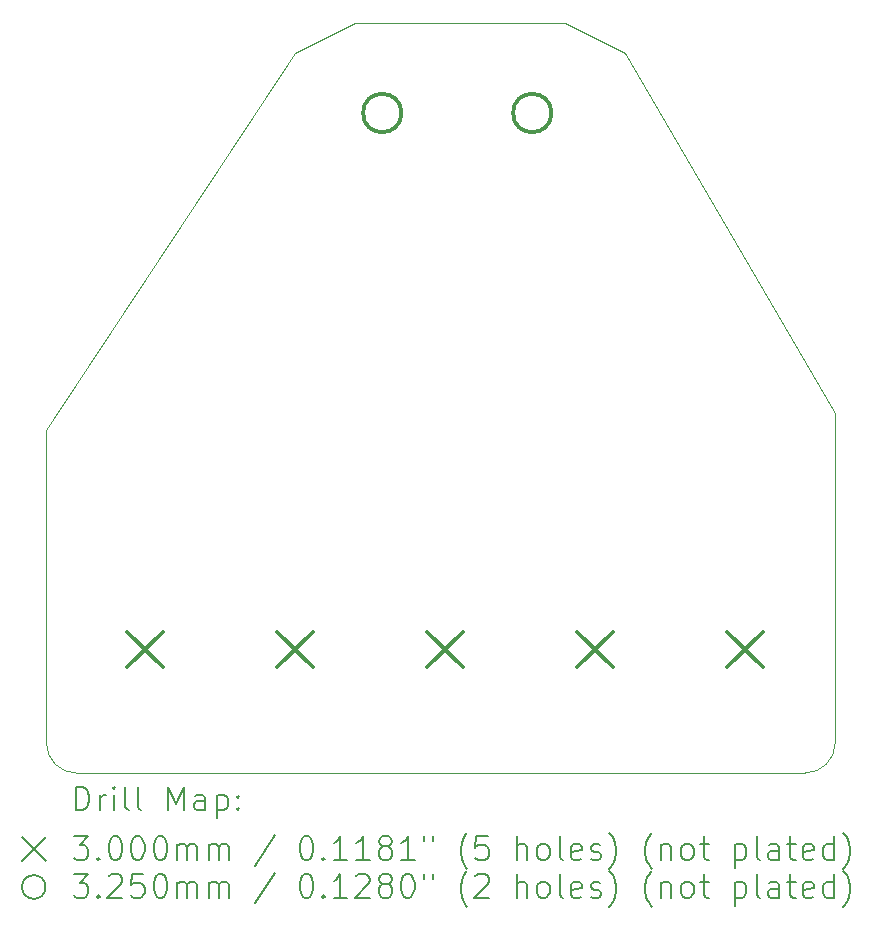
<source format=gbr>
%TF.GenerationSoftware,KiCad,Pcbnew,(6.0.8)*%
%TF.CreationDate,2023-04-02T10:01:26-07:00*%
%TF.ProjectId,FCP_steering_splitter,4643505f-7374-4656-9572-696e675f7370,rev?*%
%TF.SameCoordinates,Original*%
%TF.FileFunction,Drillmap*%
%TF.FilePolarity,Positive*%
%FSLAX45Y45*%
G04 Gerber Fmt 4.5, Leading zero omitted, Abs format (unit mm)*
G04 Created by KiCad (PCBNEW (6.0.8)) date 2023-04-02 10:01:26*
%MOMM*%
%LPD*%
G01*
G04 APERTURE LIST*
%ADD10C,0.100000*%
%ADD11C,0.200000*%
%ADD12C,0.300000*%
%ADD13C,0.325000*%
G04 APERTURE END LIST*
D10*
X18288000Y-6350000D02*
X16510000Y-3302000D01*
X11863605Y-9398000D02*
X18034000Y-9398000D01*
X11607764Y-6491581D02*
X13716000Y-3302000D01*
X11609610Y-9144000D02*
G75*
G03*
X11863605Y-9398000I254000J0D01*
G01*
X11609605Y-9144000D02*
X11607764Y-6491581D01*
X16510000Y-3302000D02*
X16002000Y-3048000D01*
X16002000Y-3048000D02*
X14224000Y-3048000D01*
X18288000Y-9144000D02*
X18288000Y-6350000D01*
X18034000Y-9398000D02*
G75*
G03*
X18288000Y-9144000I0J254000D01*
G01*
X14224000Y-3048000D02*
X13716000Y-3302000D01*
D11*
D12*
X12296000Y-8200000D02*
X12596000Y-8500000D01*
X12596000Y-8200000D02*
X12296000Y-8500000D01*
X13566000Y-8200000D02*
X13866000Y-8500000D01*
X13866000Y-8200000D02*
X13566000Y-8500000D01*
X14836000Y-8200000D02*
X15136000Y-8500000D01*
X15136000Y-8200000D02*
X14836000Y-8500000D01*
X16106000Y-8200000D02*
X16406000Y-8500000D01*
X16406000Y-8200000D02*
X16106000Y-8500000D01*
X17376000Y-8200000D02*
X17676000Y-8500000D01*
X17676000Y-8200000D02*
X17376000Y-8500000D01*
D13*
X14615500Y-3810000D02*
G75*
G03*
X14615500Y-3810000I-162500J0D01*
G01*
X15885500Y-3810000D02*
G75*
G03*
X15885500Y-3810000I-162500J0D01*
G01*
D11*
X11860383Y-9713476D02*
X11860383Y-9513476D01*
X11908002Y-9513476D01*
X11936573Y-9523000D01*
X11955621Y-9542048D01*
X11965145Y-9561095D01*
X11974669Y-9599190D01*
X11974669Y-9627762D01*
X11965145Y-9665857D01*
X11955621Y-9684905D01*
X11936573Y-9703952D01*
X11908002Y-9713476D01*
X11860383Y-9713476D01*
X12060383Y-9713476D02*
X12060383Y-9580143D01*
X12060383Y-9618238D02*
X12069907Y-9599190D01*
X12079430Y-9589667D01*
X12098478Y-9580143D01*
X12117526Y-9580143D01*
X12184192Y-9713476D02*
X12184192Y-9580143D01*
X12184192Y-9513476D02*
X12174669Y-9523000D01*
X12184192Y-9532524D01*
X12193716Y-9523000D01*
X12184192Y-9513476D01*
X12184192Y-9532524D01*
X12308002Y-9713476D02*
X12288954Y-9703952D01*
X12279430Y-9684905D01*
X12279430Y-9513476D01*
X12412764Y-9713476D02*
X12393716Y-9703952D01*
X12384192Y-9684905D01*
X12384192Y-9513476D01*
X12641335Y-9713476D02*
X12641335Y-9513476D01*
X12708002Y-9656333D01*
X12774669Y-9513476D01*
X12774669Y-9713476D01*
X12955621Y-9713476D02*
X12955621Y-9608714D01*
X12946097Y-9589667D01*
X12927050Y-9580143D01*
X12888954Y-9580143D01*
X12869907Y-9589667D01*
X12955621Y-9703952D02*
X12936573Y-9713476D01*
X12888954Y-9713476D01*
X12869907Y-9703952D01*
X12860383Y-9684905D01*
X12860383Y-9665857D01*
X12869907Y-9646810D01*
X12888954Y-9637286D01*
X12936573Y-9637286D01*
X12955621Y-9627762D01*
X13050859Y-9580143D02*
X13050859Y-9780143D01*
X13050859Y-9589667D02*
X13069907Y-9580143D01*
X13108002Y-9580143D01*
X13127050Y-9589667D01*
X13136573Y-9599190D01*
X13146097Y-9618238D01*
X13146097Y-9675381D01*
X13136573Y-9694429D01*
X13127050Y-9703952D01*
X13108002Y-9713476D01*
X13069907Y-9713476D01*
X13050859Y-9703952D01*
X13231811Y-9694429D02*
X13241335Y-9703952D01*
X13231811Y-9713476D01*
X13222288Y-9703952D01*
X13231811Y-9694429D01*
X13231811Y-9713476D01*
X13231811Y-9589667D02*
X13241335Y-9599190D01*
X13231811Y-9608714D01*
X13222288Y-9599190D01*
X13231811Y-9589667D01*
X13231811Y-9608714D01*
X11402764Y-9943000D02*
X11602764Y-10143000D01*
X11602764Y-9943000D02*
X11402764Y-10143000D01*
X11841335Y-9933476D02*
X11965145Y-9933476D01*
X11898478Y-10009667D01*
X11927050Y-10009667D01*
X11946097Y-10019190D01*
X11955621Y-10028714D01*
X11965145Y-10047762D01*
X11965145Y-10095381D01*
X11955621Y-10114429D01*
X11946097Y-10123952D01*
X11927050Y-10133476D01*
X11869907Y-10133476D01*
X11850859Y-10123952D01*
X11841335Y-10114429D01*
X12050859Y-10114429D02*
X12060383Y-10123952D01*
X12050859Y-10133476D01*
X12041335Y-10123952D01*
X12050859Y-10114429D01*
X12050859Y-10133476D01*
X12184192Y-9933476D02*
X12203240Y-9933476D01*
X12222288Y-9943000D01*
X12231811Y-9952524D01*
X12241335Y-9971571D01*
X12250859Y-10009667D01*
X12250859Y-10057286D01*
X12241335Y-10095381D01*
X12231811Y-10114429D01*
X12222288Y-10123952D01*
X12203240Y-10133476D01*
X12184192Y-10133476D01*
X12165145Y-10123952D01*
X12155621Y-10114429D01*
X12146097Y-10095381D01*
X12136573Y-10057286D01*
X12136573Y-10009667D01*
X12146097Y-9971571D01*
X12155621Y-9952524D01*
X12165145Y-9943000D01*
X12184192Y-9933476D01*
X12374669Y-9933476D02*
X12393716Y-9933476D01*
X12412764Y-9943000D01*
X12422288Y-9952524D01*
X12431811Y-9971571D01*
X12441335Y-10009667D01*
X12441335Y-10057286D01*
X12431811Y-10095381D01*
X12422288Y-10114429D01*
X12412764Y-10123952D01*
X12393716Y-10133476D01*
X12374669Y-10133476D01*
X12355621Y-10123952D01*
X12346097Y-10114429D01*
X12336573Y-10095381D01*
X12327050Y-10057286D01*
X12327050Y-10009667D01*
X12336573Y-9971571D01*
X12346097Y-9952524D01*
X12355621Y-9943000D01*
X12374669Y-9933476D01*
X12565145Y-9933476D02*
X12584192Y-9933476D01*
X12603240Y-9943000D01*
X12612764Y-9952524D01*
X12622288Y-9971571D01*
X12631811Y-10009667D01*
X12631811Y-10057286D01*
X12622288Y-10095381D01*
X12612764Y-10114429D01*
X12603240Y-10123952D01*
X12584192Y-10133476D01*
X12565145Y-10133476D01*
X12546097Y-10123952D01*
X12536573Y-10114429D01*
X12527050Y-10095381D01*
X12517526Y-10057286D01*
X12517526Y-10009667D01*
X12527050Y-9971571D01*
X12536573Y-9952524D01*
X12546097Y-9943000D01*
X12565145Y-9933476D01*
X12717526Y-10133476D02*
X12717526Y-10000143D01*
X12717526Y-10019190D02*
X12727050Y-10009667D01*
X12746097Y-10000143D01*
X12774669Y-10000143D01*
X12793716Y-10009667D01*
X12803240Y-10028714D01*
X12803240Y-10133476D01*
X12803240Y-10028714D02*
X12812764Y-10009667D01*
X12831811Y-10000143D01*
X12860383Y-10000143D01*
X12879430Y-10009667D01*
X12888954Y-10028714D01*
X12888954Y-10133476D01*
X12984192Y-10133476D02*
X12984192Y-10000143D01*
X12984192Y-10019190D02*
X12993716Y-10009667D01*
X13012764Y-10000143D01*
X13041335Y-10000143D01*
X13060383Y-10009667D01*
X13069907Y-10028714D01*
X13069907Y-10133476D01*
X13069907Y-10028714D02*
X13079430Y-10009667D01*
X13098478Y-10000143D01*
X13127050Y-10000143D01*
X13146097Y-10009667D01*
X13155621Y-10028714D01*
X13155621Y-10133476D01*
X13546097Y-9923952D02*
X13374669Y-10181095D01*
X13803240Y-9933476D02*
X13822288Y-9933476D01*
X13841335Y-9943000D01*
X13850859Y-9952524D01*
X13860383Y-9971571D01*
X13869907Y-10009667D01*
X13869907Y-10057286D01*
X13860383Y-10095381D01*
X13850859Y-10114429D01*
X13841335Y-10123952D01*
X13822288Y-10133476D01*
X13803240Y-10133476D01*
X13784192Y-10123952D01*
X13774669Y-10114429D01*
X13765145Y-10095381D01*
X13755621Y-10057286D01*
X13755621Y-10009667D01*
X13765145Y-9971571D01*
X13774669Y-9952524D01*
X13784192Y-9943000D01*
X13803240Y-9933476D01*
X13955621Y-10114429D02*
X13965145Y-10123952D01*
X13955621Y-10133476D01*
X13946097Y-10123952D01*
X13955621Y-10114429D01*
X13955621Y-10133476D01*
X14155621Y-10133476D02*
X14041335Y-10133476D01*
X14098478Y-10133476D02*
X14098478Y-9933476D01*
X14079430Y-9962048D01*
X14060383Y-9981095D01*
X14041335Y-9990619D01*
X14346097Y-10133476D02*
X14231811Y-10133476D01*
X14288954Y-10133476D02*
X14288954Y-9933476D01*
X14269907Y-9962048D01*
X14250859Y-9981095D01*
X14231811Y-9990619D01*
X14460383Y-10019190D02*
X14441335Y-10009667D01*
X14431811Y-10000143D01*
X14422288Y-9981095D01*
X14422288Y-9971571D01*
X14431811Y-9952524D01*
X14441335Y-9943000D01*
X14460383Y-9933476D01*
X14498478Y-9933476D01*
X14517526Y-9943000D01*
X14527050Y-9952524D01*
X14536573Y-9971571D01*
X14536573Y-9981095D01*
X14527050Y-10000143D01*
X14517526Y-10009667D01*
X14498478Y-10019190D01*
X14460383Y-10019190D01*
X14441335Y-10028714D01*
X14431811Y-10038238D01*
X14422288Y-10057286D01*
X14422288Y-10095381D01*
X14431811Y-10114429D01*
X14441335Y-10123952D01*
X14460383Y-10133476D01*
X14498478Y-10133476D01*
X14517526Y-10123952D01*
X14527050Y-10114429D01*
X14536573Y-10095381D01*
X14536573Y-10057286D01*
X14527050Y-10038238D01*
X14517526Y-10028714D01*
X14498478Y-10019190D01*
X14727050Y-10133476D02*
X14612764Y-10133476D01*
X14669907Y-10133476D02*
X14669907Y-9933476D01*
X14650859Y-9962048D01*
X14631811Y-9981095D01*
X14612764Y-9990619D01*
X14803240Y-9933476D02*
X14803240Y-9971571D01*
X14879430Y-9933476D02*
X14879430Y-9971571D01*
X15174669Y-10209667D02*
X15165145Y-10200143D01*
X15146097Y-10171571D01*
X15136573Y-10152524D01*
X15127050Y-10123952D01*
X15117526Y-10076333D01*
X15117526Y-10038238D01*
X15127050Y-9990619D01*
X15136573Y-9962048D01*
X15146097Y-9943000D01*
X15165145Y-9914429D01*
X15174669Y-9904905D01*
X15346097Y-9933476D02*
X15250859Y-9933476D01*
X15241335Y-10028714D01*
X15250859Y-10019190D01*
X15269907Y-10009667D01*
X15317526Y-10009667D01*
X15336573Y-10019190D01*
X15346097Y-10028714D01*
X15355621Y-10047762D01*
X15355621Y-10095381D01*
X15346097Y-10114429D01*
X15336573Y-10123952D01*
X15317526Y-10133476D01*
X15269907Y-10133476D01*
X15250859Y-10123952D01*
X15241335Y-10114429D01*
X15593716Y-10133476D02*
X15593716Y-9933476D01*
X15679430Y-10133476D02*
X15679430Y-10028714D01*
X15669907Y-10009667D01*
X15650859Y-10000143D01*
X15622288Y-10000143D01*
X15603240Y-10009667D01*
X15593716Y-10019190D01*
X15803240Y-10133476D02*
X15784192Y-10123952D01*
X15774669Y-10114429D01*
X15765145Y-10095381D01*
X15765145Y-10038238D01*
X15774669Y-10019190D01*
X15784192Y-10009667D01*
X15803240Y-10000143D01*
X15831811Y-10000143D01*
X15850859Y-10009667D01*
X15860383Y-10019190D01*
X15869907Y-10038238D01*
X15869907Y-10095381D01*
X15860383Y-10114429D01*
X15850859Y-10123952D01*
X15831811Y-10133476D01*
X15803240Y-10133476D01*
X15984192Y-10133476D02*
X15965145Y-10123952D01*
X15955621Y-10104905D01*
X15955621Y-9933476D01*
X16136573Y-10123952D02*
X16117526Y-10133476D01*
X16079430Y-10133476D01*
X16060383Y-10123952D01*
X16050859Y-10104905D01*
X16050859Y-10028714D01*
X16060383Y-10009667D01*
X16079430Y-10000143D01*
X16117526Y-10000143D01*
X16136573Y-10009667D01*
X16146097Y-10028714D01*
X16146097Y-10047762D01*
X16050859Y-10066810D01*
X16222288Y-10123952D02*
X16241335Y-10133476D01*
X16279430Y-10133476D01*
X16298478Y-10123952D01*
X16308002Y-10104905D01*
X16308002Y-10095381D01*
X16298478Y-10076333D01*
X16279430Y-10066810D01*
X16250859Y-10066810D01*
X16231811Y-10057286D01*
X16222288Y-10038238D01*
X16222288Y-10028714D01*
X16231811Y-10009667D01*
X16250859Y-10000143D01*
X16279430Y-10000143D01*
X16298478Y-10009667D01*
X16374669Y-10209667D02*
X16384192Y-10200143D01*
X16403240Y-10171571D01*
X16412764Y-10152524D01*
X16422288Y-10123952D01*
X16431811Y-10076333D01*
X16431811Y-10038238D01*
X16422288Y-9990619D01*
X16412764Y-9962048D01*
X16403240Y-9943000D01*
X16384192Y-9914429D01*
X16374669Y-9904905D01*
X16736573Y-10209667D02*
X16727050Y-10200143D01*
X16708002Y-10171571D01*
X16698478Y-10152524D01*
X16688954Y-10123952D01*
X16679430Y-10076333D01*
X16679430Y-10038238D01*
X16688954Y-9990619D01*
X16698478Y-9962048D01*
X16708002Y-9943000D01*
X16727050Y-9914429D01*
X16736573Y-9904905D01*
X16812764Y-10000143D02*
X16812764Y-10133476D01*
X16812764Y-10019190D02*
X16822288Y-10009667D01*
X16841335Y-10000143D01*
X16869907Y-10000143D01*
X16888954Y-10009667D01*
X16898478Y-10028714D01*
X16898478Y-10133476D01*
X17022288Y-10133476D02*
X17003240Y-10123952D01*
X16993716Y-10114429D01*
X16984192Y-10095381D01*
X16984192Y-10038238D01*
X16993716Y-10019190D01*
X17003240Y-10009667D01*
X17022288Y-10000143D01*
X17050859Y-10000143D01*
X17069907Y-10009667D01*
X17079431Y-10019190D01*
X17088954Y-10038238D01*
X17088954Y-10095381D01*
X17079431Y-10114429D01*
X17069907Y-10123952D01*
X17050859Y-10133476D01*
X17022288Y-10133476D01*
X17146097Y-10000143D02*
X17222288Y-10000143D01*
X17174669Y-9933476D02*
X17174669Y-10104905D01*
X17184192Y-10123952D01*
X17203240Y-10133476D01*
X17222288Y-10133476D01*
X17441335Y-10000143D02*
X17441335Y-10200143D01*
X17441335Y-10009667D02*
X17460383Y-10000143D01*
X17498478Y-10000143D01*
X17517526Y-10009667D01*
X17527050Y-10019190D01*
X17536573Y-10038238D01*
X17536573Y-10095381D01*
X17527050Y-10114429D01*
X17517526Y-10123952D01*
X17498478Y-10133476D01*
X17460383Y-10133476D01*
X17441335Y-10123952D01*
X17650859Y-10133476D02*
X17631812Y-10123952D01*
X17622288Y-10104905D01*
X17622288Y-9933476D01*
X17812764Y-10133476D02*
X17812764Y-10028714D01*
X17803240Y-10009667D01*
X17784192Y-10000143D01*
X17746097Y-10000143D01*
X17727050Y-10009667D01*
X17812764Y-10123952D02*
X17793716Y-10133476D01*
X17746097Y-10133476D01*
X17727050Y-10123952D01*
X17717526Y-10104905D01*
X17717526Y-10085857D01*
X17727050Y-10066810D01*
X17746097Y-10057286D01*
X17793716Y-10057286D01*
X17812764Y-10047762D01*
X17879431Y-10000143D02*
X17955621Y-10000143D01*
X17908002Y-9933476D02*
X17908002Y-10104905D01*
X17917526Y-10123952D01*
X17936573Y-10133476D01*
X17955621Y-10133476D01*
X18098478Y-10123952D02*
X18079431Y-10133476D01*
X18041335Y-10133476D01*
X18022288Y-10123952D01*
X18012764Y-10104905D01*
X18012764Y-10028714D01*
X18022288Y-10009667D01*
X18041335Y-10000143D01*
X18079431Y-10000143D01*
X18098478Y-10009667D01*
X18108002Y-10028714D01*
X18108002Y-10047762D01*
X18012764Y-10066810D01*
X18279431Y-10133476D02*
X18279431Y-9933476D01*
X18279431Y-10123952D02*
X18260383Y-10133476D01*
X18222288Y-10133476D01*
X18203240Y-10123952D01*
X18193716Y-10114429D01*
X18184192Y-10095381D01*
X18184192Y-10038238D01*
X18193716Y-10019190D01*
X18203240Y-10009667D01*
X18222288Y-10000143D01*
X18260383Y-10000143D01*
X18279431Y-10009667D01*
X18355621Y-10209667D02*
X18365145Y-10200143D01*
X18384192Y-10171571D01*
X18393716Y-10152524D01*
X18403240Y-10123952D01*
X18412764Y-10076333D01*
X18412764Y-10038238D01*
X18403240Y-9990619D01*
X18393716Y-9962048D01*
X18384192Y-9943000D01*
X18365145Y-9914429D01*
X18355621Y-9904905D01*
X11602764Y-10363000D02*
G75*
G03*
X11602764Y-10363000I-100000J0D01*
G01*
X11841335Y-10253476D02*
X11965145Y-10253476D01*
X11898478Y-10329667D01*
X11927050Y-10329667D01*
X11946097Y-10339190D01*
X11955621Y-10348714D01*
X11965145Y-10367762D01*
X11965145Y-10415381D01*
X11955621Y-10434429D01*
X11946097Y-10443952D01*
X11927050Y-10453476D01*
X11869907Y-10453476D01*
X11850859Y-10443952D01*
X11841335Y-10434429D01*
X12050859Y-10434429D02*
X12060383Y-10443952D01*
X12050859Y-10453476D01*
X12041335Y-10443952D01*
X12050859Y-10434429D01*
X12050859Y-10453476D01*
X12136573Y-10272524D02*
X12146097Y-10263000D01*
X12165145Y-10253476D01*
X12212764Y-10253476D01*
X12231811Y-10263000D01*
X12241335Y-10272524D01*
X12250859Y-10291571D01*
X12250859Y-10310619D01*
X12241335Y-10339190D01*
X12127050Y-10453476D01*
X12250859Y-10453476D01*
X12431811Y-10253476D02*
X12336573Y-10253476D01*
X12327050Y-10348714D01*
X12336573Y-10339190D01*
X12355621Y-10329667D01*
X12403240Y-10329667D01*
X12422288Y-10339190D01*
X12431811Y-10348714D01*
X12441335Y-10367762D01*
X12441335Y-10415381D01*
X12431811Y-10434429D01*
X12422288Y-10443952D01*
X12403240Y-10453476D01*
X12355621Y-10453476D01*
X12336573Y-10443952D01*
X12327050Y-10434429D01*
X12565145Y-10253476D02*
X12584192Y-10253476D01*
X12603240Y-10263000D01*
X12612764Y-10272524D01*
X12622288Y-10291571D01*
X12631811Y-10329667D01*
X12631811Y-10377286D01*
X12622288Y-10415381D01*
X12612764Y-10434429D01*
X12603240Y-10443952D01*
X12584192Y-10453476D01*
X12565145Y-10453476D01*
X12546097Y-10443952D01*
X12536573Y-10434429D01*
X12527050Y-10415381D01*
X12517526Y-10377286D01*
X12517526Y-10329667D01*
X12527050Y-10291571D01*
X12536573Y-10272524D01*
X12546097Y-10263000D01*
X12565145Y-10253476D01*
X12717526Y-10453476D02*
X12717526Y-10320143D01*
X12717526Y-10339190D02*
X12727050Y-10329667D01*
X12746097Y-10320143D01*
X12774669Y-10320143D01*
X12793716Y-10329667D01*
X12803240Y-10348714D01*
X12803240Y-10453476D01*
X12803240Y-10348714D02*
X12812764Y-10329667D01*
X12831811Y-10320143D01*
X12860383Y-10320143D01*
X12879430Y-10329667D01*
X12888954Y-10348714D01*
X12888954Y-10453476D01*
X12984192Y-10453476D02*
X12984192Y-10320143D01*
X12984192Y-10339190D02*
X12993716Y-10329667D01*
X13012764Y-10320143D01*
X13041335Y-10320143D01*
X13060383Y-10329667D01*
X13069907Y-10348714D01*
X13069907Y-10453476D01*
X13069907Y-10348714D02*
X13079430Y-10329667D01*
X13098478Y-10320143D01*
X13127050Y-10320143D01*
X13146097Y-10329667D01*
X13155621Y-10348714D01*
X13155621Y-10453476D01*
X13546097Y-10243952D02*
X13374669Y-10501095D01*
X13803240Y-10253476D02*
X13822288Y-10253476D01*
X13841335Y-10263000D01*
X13850859Y-10272524D01*
X13860383Y-10291571D01*
X13869907Y-10329667D01*
X13869907Y-10377286D01*
X13860383Y-10415381D01*
X13850859Y-10434429D01*
X13841335Y-10443952D01*
X13822288Y-10453476D01*
X13803240Y-10453476D01*
X13784192Y-10443952D01*
X13774669Y-10434429D01*
X13765145Y-10415381D01*
X13755621Y-10377286D01*
X13755621Y-10329667D01*
X13765145Y-10291571D01*
X13774669Y-10272524D01*
X13784192Y-10263000D01*
X13803240Y-10253476D01*
X13955621Y-10434429D02*
X13965145Y-10443952D01*
X13955621Y-10453476D01*
X13946097Y-10443952D01*
X13955621Y-10434429D01*
X13955621Y-10453476D01*
X14155621Y-10453476D02*
X14041335Y-10453476D01*
X14098478Y-10453476D02*
X14098478Y-10253476D01*
X14079430Y-10282048D01*
X14060383Y-10301095D01*
X14041335Y-10310619D01*
X14231811Y-10272524D02*
X14241335Y-10263000D01*
X14260383Y-10253476D01*
X14308002Y-10253476D01*
X14327050Y-10263000D01*
X14336573Y-10272524D01*
X14346097Y-10291571D01*
X14346097Y-10310619D01*
X14336573Y-10339190D01*
X14222288Y-10453476D01*
X14346097Y-10453476D01*
X14460383Y-10339190D02*
X14441335Y-10329667D01*
X14431811Y-10320143D01*
X14422288Y-10301095D01*
X14422288Y-10291571D01*
X14431811Y-10272524D01*
X14441335Y-10263000D01*
X14460383Y-10253476D01*
X14498478Y-10253476D01*
X14517526Y-10263000D01*
X14527050Y-10272524D01*
X14536573Y-10291571D01*
X14536573Y-10301095D01*
X14527050Y-10320143D01*
X14517526Y-10329667D01*
X14498478Y-10339190D01*
X14460383Y-10339190D01*
X14441335Y-10348714D01*
X14431811Y-10358238D01*
X14422288Y-10377286D01*
X14422288Y-10415381D01*
X14431811Y-10434429D01*
X14441335Y-10443952D01*
X14460383Y-10453476D01*
X14498478Y-10453476D01*
X14517526Y-10443952D01*
X14527050Y-10434429D01*
X14536573Y-10415381D01*
X14536573Y-10377286D01*
X14527050Y-10358238D01*
X14517526Y-10348714D01*
X14498478Y-10339190D01*
X14660383Y-10253476D02*
X14679430Y-10253476D01*
X14698478Y-10263000D01*
X14708002Y-10272524D01*
X14717526Y-10291571D01*
X14727050Y-10329667D01*
X14727050Y-10377286D01*
X14717526Y-10415381D01*
X14708002Y-10434429D01*
X14698478Y-10443952D01*
X14679430Y-10453476D01*
X14660383Y-10453476D01*
X14641335Y-10443952D01*
X14631811Y-10434429D01*
X14622288Y-10415381D01*
X14612764Y-10377286D01*
X14612764Y-10329667D01*
X14622288Y-10291571D01*
X14631811Y-10272524D01*
X14641335Y-10263000D01*
X14660383Y-10253476D01*
X14803240Y-10253476D02*
X14803240Y-10291571D01*
X14879430Y-10253476D02*
X14879430Y-10291571D01*
X15174669Y-10529667D02*
X15165145Y-10520143D01*
X15146097Y-10491571D01*
X15136573Y-10472524D01*
X15127050Y-10443952D01*
X15117526Y-10396333D01*
X15117526Y-10358238D01*
X15127050Y-10310619D01*
X15136573Y-10282048D01*
X15146097Y-10263000D01*
X15165145Y-10234429D01*
X15174669Y-10224905D01*
X15241335Y-10272524D02*
X15250859Y-10263000D01*
X15269907Y-10253476D01*
X15317526Y-10253476D01*
X15336573Y-10263000D01*
X15346097Y-10272524D01*
X15355621Y-10291571D01*
X15355621Y-10310619D01*
X15346097Y-10339190D01*
X15231811Y-10453476D01*
X15355621Y-10453476D01*
X15593716Y-10453476D02*
X15593716Y-10253476D01*
X15679430Y-10453476D02*
X15679430Y-10348714D01*
X15669907Y-10329667D01*
X15650859Y-10320143D01*
X15622288Y-10320143D01*
X15603240Y-10329667D01*
X15593716Y-10339190D01*
X15803240Y-10453476D02*
X15784192Y-10443952D01*
X15774669Y-10434429D01*
X15765145Y-10415381D01*
X15765145Y-10358238D01*
X15774669Y-10339190D01*
X15784192Y-10329667D01*
X15803240Y-10320143D01*
X15831811Y-10320143D01*
X15850859Y-10329667D01*
X15860383Y-10339190D01*
X15869907Y-10358238D01*
X15869907Y-10415381D01*
X15860383Y-10434429D01*
X15850859Y-10443952D01*
X15831811Y-10453476D01*
X15803240Y-10453476D01*
X15984192Y-10453476D02*
X15965145Y-10443952D01*
X15955621Y-10424905D01*
X15955621Y-10253476D01*
X16136573Y-10443952D02*
X16117526Y-10453476D01*
X16079430Y-10453476D01*
X16060383Y-10443952D01*
X16050859Y-10424905D01*
X16050859Y-10348714D01*
X16060383Y-10329667D01*
X16079430Y-10320143D01*
X16117526Y-10320143D01*
X16136573Y-10329667D01*
X16146097Y-10348714D01*
X16146097Y-10367762D01*
X16050859Y-10386810D01*
X16222288Y-10443952D02*
X16241335Y-10453476D01*
X16279430Y-10453476D01*
X16298478Y-10443952D01*
X16308002Y-10424905D01*
X16308002Y-10415381D01*
X16298478Y-10396333D01*
X16279430Y-10386810D01*
X16250859Y-10386810D01*
X16231811Y-10377286D01*
X16222288Y-10358238D01*
X16222288Y-10348714D01*
X16231811Y-10329667D01*
X16250859Y-10320143D01*
X16279430Y-10320143D01*
X16298478Y-10329667D01*
X16374669Y-10529667D02*
X16384192Y-10520143D01*
X16403240Y-10491571D01*
X16412764Y-10472524D01*
X16422288Y-10443952D01*
X16431811Y-10396333D01*
X16431811Y-10358238D01*
X16422288Y-10310619D01*
X16412764Y-10282048D01*
X16403240Y-10263000D01*
X16384192Y-10234429D01*
X16374669Y-10224905D01*
X16736573Y-10529667D02*
X16727050Y-10520143D01*
X16708002Y-10491571D01*
X16698478Y-10472524D01*
X16688954Y-10443952D01*
X16679430Y-10396333D01*
X16679430Y-10358238D01*
X16688954Y-10310619D01*
X16698478Y-10282048D01*
X16708002Y-10263000D01*
X16727050Y-10234429D01*
X16736573Y-10224905D01*
X16812764Y-10320143D02*
X16812764Y-10453476D01*
X16812764Y-10339190D02*
X16822288Y-10329667D01*
X16841335Y-10320143D01*
X16869907Y-10320143D01*
X16888954Y-10329667D01*
X16898478Y-10348714D01*
X16898478Y-10453476D01*
X17022288Y-10453476D02*
X17003240Y-10443952D01*
X16993716Y-10434429D01*
X16984192Y-10415381D01*
X16984192Y-10358238D01*
X16993716Y-10339190D01*
X17003240Y-10329667D01*
X17022288Y-10320143D01*
X17050859Y-10320143D01*
X17069907Y-10329667D01*
X17079431Y-10339190D01*
X17088954Y-10358238D01*
X17088954Y-10415381D01*
X17079431Y-10434429D01*
X17069907Y-10443952D01*
X17050859Y-10453476D01*
X17022288Y-10453476D01*
X17146097Y-10320143D02*
X17222288Y-10320143D01*
X17174669Y-10253476D02*
X17174669Y-10424905D01*
X17184192Y-10443952D01*
X17203240Y-10453476D01*
X17222288Y-10453476D01*
X17441335Y-10320143D02*
X17441335Y-10520143D01*
X17441335Y-10329667D02*
X17460383Y-10320143D01*
X17498478Y-10320143D01*
X17517526Y-10329667D01*
X17527050Y-10339190D01*
X17536573Y-10358238D01*
X17536573Y-10415381D01*
X17527050Y-10434429D01*
X17517526Y-10443952D01*
X17498478Y-10453476D01*
X17460383Y-10453476D01*
X17441335Y-10443952D01*
X17650859Y-10453476D02*
X17631812Y-10443952D01*
X17622288Y-10424905D01*
X17622288Y-10253476D01*
X17812764Y-10453476D02*
X17812764Y-10348714D01*
X17803240Y-10329667D01*
X17784192Y-10320143D01*
X17746097Y-10320143D01*
X17727050Y-10329667D01*
X17812764Y-10443952D02*
X17793716Y-10453476D01*
X17746097Y-10453476D01*
X17727050Y-10443952D01*
X17717526Y-10424905D01*
X17717526Y-10405857D01*
X17727050Y-10386810D01*
X17746097Y-10377286D01*
X17793716Y-10377286D01*
X17812764Y-10367762D01*
X17879431Y-10320143D02*
X17955621Y-10320143D01*
X17908002Y-10253476D02*
X17908002Y-10424905D01*
X17917526Y-10443952D01*
X17936573Y-10453476D01*
X17955621Y-10453476D01*
X18098478Y-10443952D02*
X18079431Y-10453476D01*
X18041335Y-10453476D01*
X18022288Y-10443952D01*
X18012764Y-10424905D01*
X18012764Y-10348714D01*
X18022288Y-10329667D01*
X18041335Y-10320143D01*
X18079431Y-10320143D01*
X18098478Y-10329667D01*
X18108002Y-10348714D01*
X18108002Y-10367762D01*
X18012764Y-10386810D01*
X18279431Y-10453476D02*
X18279431Y-10253476D01*
X18279431Y-10443952D02*
X18260383Y-10453476D01*
X18222288Y-10453476D01*
X18203240Y-10443952D01*
X18193716Y-10434429D01*
X18184192Y-10415381D01*
X18184192Y-10358238D01*
X18193716Y-10339190D01*
X18203240Y-10329667D01*
X18222288Y-10320143D01*
X18260383Y-10320143D01*
X18279431Y-10329667D01*
X18355621Y-10529667D02*
X18365145Y-10520143D01*
X18384192Y-10491571D01*
X18393716Y-10472524D01*
X18403240Y-10443952D01*
X18412764Y-10396333D01*
X18412764Y-10358238D01*
X18403240Y-10310619D01*
X18393716Y-10282048D01*
X18384192Y-10263000D01*
X18365145Y-10234429D01*
X18355621Y-10224905D01*
M02*

</source>
